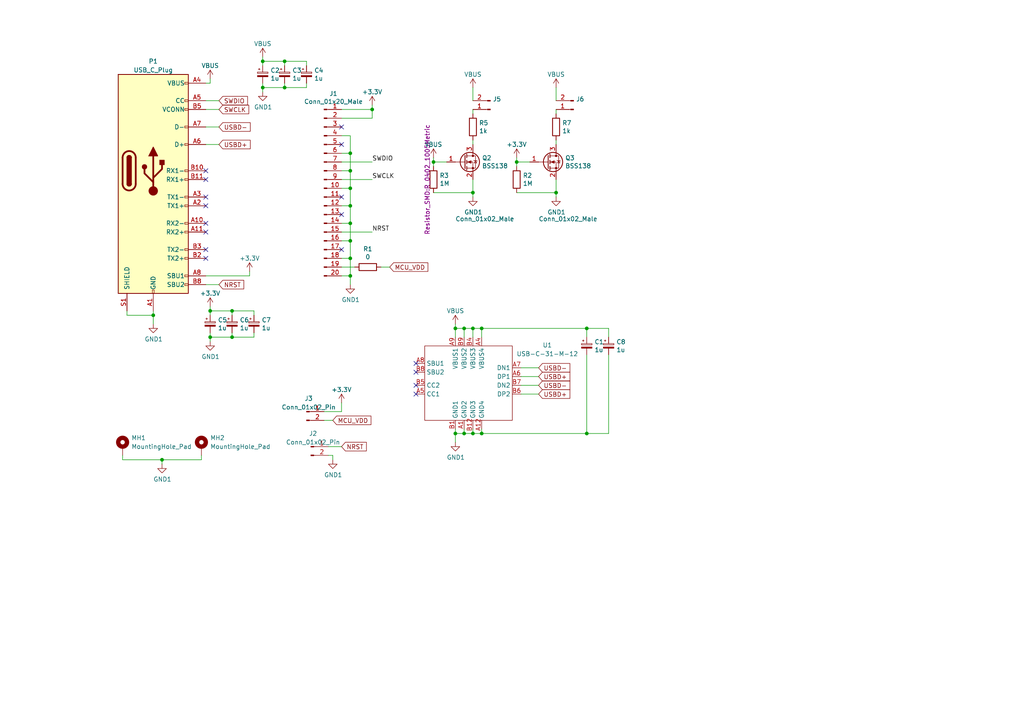
<source format=kicad_sch>
(kicad_sch (version 20230121) (generator eeschema)
  (paper "A4")
  (lib_symbols
    (symbol "Connector:Conn_01x02_Pin" (pin_names (offset 1.016) hide)
      (property "Reference" "J" (at 0 2.54 0))
      (property "Value" "Conn_01x02_Pin" (at 0 -5.08 0))
      (symbol "Conn_01x02_Pin_1_1"
        (polyline (pts (xy 1.27 -2.54) (xy 0.8636 -2.54)) (stroke (width 0.1524)))
        (polyline (pts (xy 1.27 0) (xy 0.8636 0)) (stroke (width 0.1524)))
        (rectangle (start 0.8636 -2.413) (end 0 -2.667) (stroke (width 0.1524)) (fill (type outline)))
        (rectangle (start 0.8636 0.127) (end 0 -0.127) (stroke (width 0.1524)) (fill (type outline)))
        (pin passive line (at 5.08 0 180) (length 3.81) (name "Pin_1") (number "1"))
        (pin passive line (at 5.08 -2.54 180) (length 3.81) (name "Pin_2") (number "2"))
      )
    )
    (symbol "Connector:USB_C_Plug" (pin_names (offset 1.016))
      (property "Reference" "P" (at -10.16 29.21 0))
      (property "Value" "USB_C_Plug" (at 10.16 29.21 0))
      (symbol "USB_C_Plug_0_0"
        (rectangle (start -0.254 -35.56) (end 0.254 -34.544))
        (rectangle (start 10.16 -32.766) (end 9.144 -33.274))
        (rectangle (start 10.16 -30.226) (end 9.144 -30.734))
        (rectangle (start 10.16 -25.146) (end 9.144 -25.654))
        (rectangle (start 10.16 -22.606) (end 9.144 -23.114))
        (rectangle (start 10.16 -17.526) (end 9.144 -18.034))
        (rectangle (start 10.16 -14.986) (end 9.144 -15.494))
        (rectangle (start 10.16 -9.906) (end 9.144 -10.414))
        (rectangle (start 10.16 -7.366) (end 9.144 -7.874))
        (rectangle (start 10.16 -2.286) (end 9.144 -2.794))
        (rectangle (start 10.16 0.254) (end 9.144 -0.254))
        (rectangle (start 10.16 7.874) (end 9.144 7.366))
        (rectangle (start 10.16 12.954) (end 9.144 12.446))
        (rectangle (start 10.16 18.034) (end 9.144 17.526))
        (rectangle (start 10.16 20.574) (end 9.144 20.066))
        (rectangle (start 10.16 25.654) (end 9.144 25.146))
      )
      (symbol "USB_C_Plug_0_1"
        (rectangle (start -10.16 27.94) (end 10.16 -35.56) (stroke (width 0.254)) (fill (type background)))
        (arc (start -8.89 -3.81) (mid -6.985 -5.7067) (end -5.08 -3.81) (stroke (width 0.508)))
        (arc (start -7.62 -3.81) (mid -6.985 -4.4423) (end -6.35 -3.81) (stroke (width 0.254)))
        (arc (start -7.62 -3.81) (mid -6.985 -4.4423) (end -6.35 -3.81) (stroke (width 0.254)) (fill (type outline)))
        (rectangle (start -7.62 -3.81) (end -6.35 3.81) (stroke (width 0.254)) (fill (type outline)))
        (arc (start -6.35 3.81) (mid -6.985 4.4423) (end -7.62 3.81) (stroke (width 0.254)))
        (arc (start -6.35 3.81) (mid -6.985 4.4423) (end -7.62 3.81) (stroke (width 0.254)) (fill (type outline)))
        (arc (start -5.08 3.81) (mid -6.985 5.7067) (end -8.89 3.81) (stroke (width 0.508)))
        (polyline (pts (xy -8.89 -3.81) (xy -8.89 3.81)) (stroke (width 0.508)))
        (polyline (pts (xy -5.08 3.81) (xy -5.08 -3.81)) (stroke (width 0.508)))
      )
      (symbol "USB_C_Plug_1_1"
        (circle (center -2.54 1.143) (radius 0.635) (stroke (width 0.254)) (fill (type outline)))
        (circle (center 0 -5.842) (radius 1.27) (fill (type outline)))
        (polyline (pts (xy 0 -5.842) (xy 0 4.318)) (stroke (width 0.508)))
        (polyline (pts (xy 0 -3.302) (xy -2.54 -0.762) (xy -2.54 0.508)) (stroke (width 0.508)))
        (polyline (pts (xy 0 -2.032) (xy 2.54 0.508) (xy 2.54 1.778)) (stroke (width 0.508)))
        (polyline (pts (xy -1.27 4.318) (xy 0 6.858) (xy 1.27 4.318) (xy -1.27 4.318)) (stroke (width 0.254)) (fill (type outline)))
        (rectangle (start 1.905 1.778) (end 3.175 3.048) (stroke (width 0.254)) (fill (type outline)))
        (pin passive line (at 0 -40.64 90) (length 5.08) (name "GND") (number "A1"))
        (pin bidirectional line (at 15.24 -15.24 180) (length 5.08) (name "RX2-") (number "A10"))
        (pin bidirectional line (at 15.24 -17.78 180) (length 5.08) (name "RX2+") (number "A11"))
        (pin passive line (at 0 -40.64 90) (length 5.08) hide (name "GND") (number "A12"))
        (pin bidirectional line (at 15.24 -10.16 180) (length 5.08) (name "TX1+") (number "A2"))
        (pin bidirectional line (at 15.24 -7.62 180) (length 5.08) (name "TX1-") (number "A3"))
        (pin passive line (at 15.24 25.4 180) (length 5.08) (name "VBUS") (number "A4"))
        (pin bidirectional line (at 15.24 20.32 180) (length 5.08) (name "CC") (number "A5"))
        (pin bidirectional line (at 15.24 7.62 180) (length 5.08) (name "D+") (number "A6"))
        (pin bidirectional line (at 15.24 12.7 180) (length 5.08) (name "D-") (number "A7"))
        (pin bidirectional line (at 15.24 -30.48 180) (length 5.08) (name "SBU1") (number "A8"))
        (pin passive line (at 15.24 25.4 180) (length 5.08) hide (name "VBUS") (number "A9"))
        (pin passive line (at 0 -40.64 90) (length 5.08) hide (name "GND") (number "B1"))
        (pin bidirectional line (at 15.24 0 180) (length 5.08) (name "RX1-") (number "B10"))
        (pin bidirectional line (at 15.24 -2.54 180) (length 5.08) (name "RX1+") (number "B11"))
        (pin passive line (at 0 -40.64 90) (length 5.08) hide (name "GND") (number "B12"))
        (pin bidirectional line (at 15.24 -25.4 180) (length 5.08) (name "TX2+") (number "B2"))
        (pin bidirectional line (at 15.24 -22.86 180) (length 5.08) (name "TX2-") (number "B3"))
        (pin passive line (at 15.24 25.4 180) (length 5.08) hide (name "VBUS") (number "B4"))
        (pin bidirectional line (at 15.24 17.78 180) (length 5.08) (name "VCONN") (number "B5"))
        (pin bidirectional line (at 15.24 -33.02 180) (length 5.08) (name "SBU2") (number "B8"))
        (pin passive line (at 15.24 25.4 180) (length 5.08) hide (name "VBUS") (number "B9"))
        (pin passive line (at -7.62 -40.64 90) (length 5.08) (name "SHIELD") (number "S1"))
      )
    )
    (symbol "Device:R" (pin_numbers hide) (pin_names (offset 0))
      (property "Reference" "R" (at 2.032 0 90))
      (property "Value" "R" (at 0 0 90))
      (symbol "R_0_1"
        (rectangle (start -1.016 -2.54) (end 1.016 2.54) (stroke (width 0.254)))
      )
      (symbol "R_1_1"
        (pin passive line (at 0 3.81 270) (length 1.27) (name "~") (number "1"))
        (pin passive line (at 0 -3.81 90) (length 1.27) (name "~") (number "2"))
      )
    )
    (symbol "Mechanical:MountingHole_Pad" (pin_numbers hide) (pin_names (offset 1.016) hide)
      (property "Reference" "H" (at 0 6.35 0))
      (property "Value" "MountingHole_Pad" (at 0 4.445 0))
      (symbol "MountingHole_Pad_0_1"
        (circle (center 0 1.27) (radius 1.27) (stroke (width 1.27)))
      )
      (symbol "MountingHole_Pad_1_1"
        (pin input line (at 0 -2.54 90) (length 2.54) (name "1") (number "1"))
      )
    )
    (symbol "Transistor_FET:BSS138" (pin_names hide)
      (property "Reference" "Q" (at 5.08 1.905 0))
      (property "Value" "BSS138" (at 5.08 0 0))
      (symbol "BSS138_0_1"
        (polyline (pts (xy 0.254 0) (xy -2.54 0)))
        (polyline (pts (xy 0.254 1.905) (xy 0.254 -1.905)) (stroke (width 0.254)))
        (polyline (pts (xy 0.762 -1.27) (xy 0.762 -2.286)) (stroke (width 0.254)))
        (polyline (pts (xy 0.762 0.508) (xy 0.762 -0.508)) (stroke (width 0.254)))
        (polyline (pts (xy 0.762 2.286) (xy 0.762 1.27)) (stroke (width 0.254)))
        (polyline (pts (xy 2.54 2.54) (xy 2.54 1.778)))
        (polyline (pts (xy 2.54 -2.54) (xy 2.54 0) (xy 0.762 0)))
        (polyline (pts (xy 0.762 -1.778) (xy 3.302 -1.778) (xy 3.302 1.778) (xy 0.762 1.778)))
        (polyline (pts (xy 1.016 0) (xy 2.032 0.381) (xy 2.032 -0.381) (xy 1.016 0)) (fill (type outline)))
        (polyline (pts (xy 2.794 0.508) (xy 2.921 0.381) (xy 3.683 0.381) (xy 3.81 0.254)))
        (polyline (pts (xy 3.302 0.381) (xy 2.921 -0.254) (xy 3.683 -0.254) (xy 3.302 0.381)))
        (circle (center 1.651 0) (radius 2.794) (stroke (width 0.254)))
        (circle (center 2.54 -1.778) (radius 0.254) (fill (type outline)))
        (circle (center 2.54 1.778) (radius 0.254) (fill (type outline)))
      )
      (symbol "BSS138_1_1"
        (pin input line (at -5.08 0 0) (length 2.54) (name "G") (number "1"))
        (pin passive line (at 2.54 -5.08 90) (length 2.54) (name "S") (number "2"))
        (pin passive line (at 2.54 5.08 270) (length 2.54) (name "D") (number "3"))
      )
    )
    (symbol "power:+3.3V" (power) (pin_names (offset 0))
      (property "Value" "+3.3V" (at 0 3.556 0))
      (symbol "+3.3V_0_1"
        (polyline (pts (xy -0.762 1.27) (xy 0 2.54)))
        (polyline (pts (xy 0 0) (xy 0 2.54)))
        (polyline (pts (xy 0 2.54) (xy 0.762 1.27)))
      )
      (symbol "+3.3V_1_1"
        (pin power_in line (at 0 0 90) (length 0) hide (name "+3.3V") (number "1"))
      )
    )
    (symbol "power:GND1" (power) (pin_names (offset 0))
      (property "Value" "GND1" (at 0 -3.81 0))
      (symbol "GND1_0_1"
        (polyline (pts (xy 0 0) (xy 0 -1.27) (xy 1.27 -1.27) (xy 0 -2.54) (xy -1.27 -1.27) (xy 0 -1.27)))
      )
      (symbol "GND1_1_1"
        (pin power_in line (at 0 0 270) (length 0) hide (name "GND1") (number "1"))
      )
    )
    (symbol "power:VBUS" (power) (pin_names (offset 0))
      (property "Value" "VBUS" (at 0 3.81 0))
      (symbol "VBUS_0_1"
        (polyline (pts (xy -0.762 1.27) (xy 0 2.54)))
        (polyline (pts (xy 0 0) (xy 0 2.54)))
        (polyline (pts (xy 0 2.54) (xy 0.762 1.27)))
      )
      (symbol "VBUS_1_1"
        (pin power_in line (at 0 0 90) (length 0) hide (name "VBUS") (number "1"))
      )
    )
    (symbol "programmer_adapter_v2-rescue:Conn_01x20_Male-Connector" (pin_names (offset 1.016) hide)
      (property "Reference" "J" (at 0 25.4 0))
      (property "Value" "Connector_Conn_01x20_Male" (at 0 -27.94 0))
      (symbol "Conn_01x20_Male-Connector_1_1"
        (polyline (pts (xy 1.27 -25.4) (xy 0.8636 -25.4)) (stroke (width 0.1524)))
        (polyline (pts (xy 1.27 -22.86) (xy 0.8636 -22.86)) (stroke (width 0.1524)))
        (polyline (pts (xy 1.27 -20.32) (xy 0.8636 -20.32)) (stroke (width 0.1524)))
        (polyline (pts (xy 1.27 -17.78) (xy 0.8636 -17.78)) (stroke (width 0.1524)))
        (polyline (pts (xy 1.27 -15.24) (xy 0.8636 -15.24)) (stroke (width 0.1524)))
        (polyline (pts (xy 1.27 -12.7) (xy 0.8636 -12.7)) (stroke (width 0.1524)))
        (polyline (pts (xy 1.27 -10.16) (xy 0.8636 -10.16)) (stroke (width 0.1524)))
        (polyline (pts (xy 1.27 -7.62) (xy 0.8636 -7.62)) (stroke (width 0.1524)))
        (polyline (pts (xy 1.27 -5.08) (xy 0.8636 -5.08)) (stroke (width 0.1524)))
        (polyline (pts (xy 1.27 -2.54) (xy 0.8636 -2.54)) (stroke (width 0.1524)))
        (polyline (pts (xy 1.27 0) (xy 0.8636 0)) (stroke (width 0.1524)))
        (polyline (pts (xy 1.27 2.54) (xy 0.8636 2.54)) (stroke (width 0.1524)))
        (polyline (pts (xy 1.27 5.08) (xy 0.8636 5.08)) (stroke (width 0.1524)))
        (polyline (pts (xy 1.27 7.62) (xy 0.8636 7.62)) (stroke (width 0.1524)))
        (polyline (pts (xy 1.27 10.16) (xy 0.8636 10.16)) (stroke (width 0.1524)))
        (polyline (pts (xy 1.27 12.7) (xy 0.8636 12.7)) (stroke (width 0.1524)))
        (polyline (pts (xy 1.27 15.24) (xy 0.8636 15.24)) (stroke (width 0.1524)))
        (polyline (pts (xy 1.27 17.78) (xy 0.8636 17.78)) (stroke (width 0.1524)))
        (polyline (pts (xy 1.27 20.32) (xy 0.8636 20.32)) (stroke (width 0.1524)))
        (polyline (pts (xy 1.27 22.86) (xy 0.8636 22.86)) (stroke (width 0.1524)))
        (rectangle (start 0.8636 -25.273) (end 0 -25.527) (stroke (width 0.1524)) (fill (type outline)))
        (rectangle (start 0.8636 -22.733) (end 0 -22.987) (stroke (width 0.1524)) (fill (type outline)))
        (rectangle (start 0.8636 -20.193) (end 0 -20.447) (stroke (width 0.1524)) (fill (type outline)))
        (rectangle (start 0.8636 -17.653) (end 0 -17.907) (stroke (width 0.1524)) (fill (type outline)))
        (rectangle (start 0.8636 -15.113) (end 0 -15.367) (stroke (width 0.1524)) (fill (type outline)))
        (rectangle (start 0.8636 -12.573) (end 0 -12.827) (stroke (width 0.1524)) (fill (type outline)))
        (rectangle (start 0.8636 -10.033) (end 0 -10.287) (stroke (width 0.1524)) (fill (type outline)))
        (rectangle (start 0.8636 -7.493) (end 0 -7.747) (stroke (width 0.1524)) (fill (type outline)))
        (rectangle (start 0.8636 -4.953) (end 0 -5.207) (stroke (width 0.1524)) (fill (type outline)))
        (rectangle (start 0.8636 -2.413) (end 0 -2.667) (stroke (width 0.1524)) (fill (type outline)))
        (rectangle (start 0.8636 0.127) (end 0 -0.127) (stroke (width 0.1524)) (fill (type outline)))
        (rectangle (start 0.8636 2.667) (end 0 2.413) (stroke (width 0.1524)) (fill (type outline)))
        (rectangle (start 0.8636 5.207) (end 0 4.953) (stroke (width 0.1524)) (fill (type outline)))
        (rectangle (start 0.8636 7.747) (end 0 7.493) (stroke (width 0.1524)) (fill (type outline)))
        (rectangle (start 0.8636 10.287) (end 0 10.033) (stroke (width 0.1524)) (fill (type outline)))
        (rectangle (start 0.8636 12.827) (end 0 12.573) (stroke (width 0.1524)) (fill (type outline)))
        (rectangle (start 0.8636 15.367) (end 0 15.113) (stroke (width 0.1524)) (fill (type outline)))
        (rectangle (start 0.8636 17.907) (end 0 17.653) (stroke (width 0.1524)) (fill (type outline)))
        (rectangle (start 0.8636 20.447) (end 0 20.193) (stroke (width 0.1524)) (fill (type outline)))
        (rectangle (start 0.8636 22.987) (end 0 22.733) (stroke (width 0.1524)) (fill (type outline)))
        (pin passive line (at 5.08 22.86 180) (length 3.81) (name "Pin_1") (number "1"))
        (pin passive line (at 5.08 0 180) (length 3.81) (name "Pin_10") (number "10"))
        (pin passive line (at 5.08 -2.54 180) (length 3.81) (name "Pin_11") (number "11"))
        (pin passive line (at 5.08 -5.08 180) (length 3.81) (name "Pin_12") (number "12"))
        (pin passive line (at 5.08 -7.62 180) (length 3.81) (name "Pin_13") (number "13"))
        (pin passive line (at 5.08 -10.16 180) (length 3.81) (name "Pin_14") (number "14"))
        (pin passive line (at 5.08 -12.7 180) (length 3.81) (name "Pin_15") (number "15"))
        (pin passive line (at 5.08 -15.24 180) (length 3.81) (name "Pin_16") (number "16"))
        (pin passive line (at 5.08 -17.78 180) (length 3.81) (name "Pin_17") (number "17"))
        (pin passive line (at 5.08 -20.32 180) (length 3.81) (name "Pin_18") (number "18"))
        (pin passive line (at 5.08 -22.86 180) (length 3.81) (name "Pin_19") (number "19"))
        (pin passive line (at 5.08 20.32 180) (length 3.81) (name "Pin_2") (number "2"))
        (pin passive line (at 5.08 -25.4 180) (length 3.81) (name "Pin_20") (number "20"))
        (pin passive line (at 5.08 17.78 180) (length 3.81) (name "Pin_3") (number "3"))
        (pin passive line (at 5.08 15.24 180) (length 3.81) (name "Pin_4") (number "4"))
        (pin passive line (at 5.08 12.7 180) (length 3.81) (name "Pin_5") (number "5"))
        (pin passive line (at 5.08 10.16 180) (length 3.81) (name "Pin_6") (number "6"))
        (pin passive line (at 5.08 7.62 180) (length 3.81) (name "Pin_7") (number "7"))
        (pin passive line (at 5.08 5.08 180) (length 3.81) (name "Pin_8") (number "8"))
        (pin passive line (at 5.08 2.54 180) (length 3.81) (name "Pin_9") (number "9"))
      )
    )
    (symbol "small_led_driver-rescue:Conn_01x02_Male-Connector" (pin_names (offset 1.016) hide)
      (property "Reference" "J" (at 0 2.54 0))
      (property "Value" "Connector_Conn_01x02_Male" (at 0 -5.08 0))
      (symbol "Conn_01x02_Male-Connector_1_1"
        (polyline (pts (xy 1.27 -2.54) (xy 0.8636 -2.54)) (stroke (width 0.1524)))
        (polyline (pts (xy 1.27 0) (xy 0.8636 0)) (stroke (width 0.1524)))
        (rectangle (start 0.8636 -2.413) (end 0 -2.667) (stroke (width 0.1524)) (fill (type outline)))
        (rectangle (start 0.8636 0.127) (end 0 -0.127) (stroke (width 0.1524)) (fill (type outline)))
        (pin passive line (at 5.08 0 180) (length 3.81) (name "Pin_1") (number "1"))
        (pin passive line (at 5.08 -2.54 180) (length 3.81) (name "Pin_2") (number "2"))
      )
    )
    (symbol "spudglo_driver_v3p1-rescue:CP_Small-Device" (pin_numbers hide) (pin_names (offset 0.254) hide)
      (property "Reference" "C" (at 0.254 1.778 0))
      (property "Value" "CP_Small-Device" (at 0.254 -2.032 0))
      (symbol "CP_Small-Device_0_1"
        (rectangle (start -1.524 -0.3048) (end 1.524 -0.6858) (fill (type outline)))
        (rectangle (start -1.524 0.6858) (end 1.524 0.3048))
        (polyline (pts (xy -1.27 1.524) (xy -0.762 1.524)))
        (polyline (pts (xy -1.016 1.27) (xy -1.016 1.778)))
      )
      (symbol "CP_Small-Device_1_1"
        (pin passive line (at 0 2.54 270) (length 1.8542) (name "~") (number "1"))
        (pin passive line (at 0 -2.54 90) (length 1.8542) (name "~") (number "2"))
      )
    )
    (symbol "srw_custom:USB-C-31-M-12"
      (property "Reference" "U" (at 0 1.27 0))
      (property "Value" "USB-C-31-M-12" (at 27.94 -24.13 0))
      (symbol "USB-C-31-M-12_0_1"
        (rectangle (start 0 0) (end 25.4 -21.59))
      )
      (symbol "USB-C-31-M-12_1_1"
        (pin input line (at 11.43 -24.13 90) (length 2.54) (name "GND2") (number "A1"))
        (pin input line (at 16.51 -24.13 90) (length 2.54) (name "GND4") (number "A12"))
        (pin input line (at 16.51 2.54 270) (length 2.54) (name "VBUS4") (number "A4"))
        (pin input line (at -2.54 -13.97 0) (length 2.54) (name "CC1") (number "A5"))
        (pin input line (at 27.94 -8.89 180) (length 2.54) (name "DP1") (number "A6"))
        (pin input line (at 27.94 -6.35 180) (length 2.54) (name "DN1") (number "A7"))
        (pin input line (at -2.54 -5.08 0) (length 2.54) (name "SBU1") (number "A8"))
        (pin input line (at 8.89 2.54 270) (length 2.54) (name "VBUS1") (number "A9"))
        (pin input line (at 8.89 -24.13 90) (length 2.54) (name "GND1") (number "B1"))
        (pin input line (at 13.97 -24.13 90) (length 2.54) (name "GND3") (number "B12"))
        (pin input line (at 13.97 2.54 270) (length 2.54) (name "VBUS3") (number "B4"))
        (pin input line (at -2.54 -11.43 0) (length 2.54) (name "CC2") (number "B5"))
        (pin input line (at 27.94 -13.97 180) (length 2.54) (name "DP2") (number "B6"))
        (pin input line (at 27.94 -11.43 180) (length 2.54) (name "DN2") (number "B7"))
        (pin input line (at -2.54 -7.62 0) (length 2.54) (name "SBU2") (number "B8"))
        (pin input line (at 11.43 2.54 270) (length 2.54) (name "VBUS2") (number "B9"))
      )
    )
  )
  (junction (at 60.96 97.79))
  (junction (at 67.31 97.79))
  (junction (at 101.6 44.45))
  (junction (at 139.7 125.73))
  (junction (at 76.2 25.4))
  (junction (at 101.6 64.77))
  (junction (at 137.16 95.25))
  (junction (at 46.99 133.35))
  (junction (at 137.16 55.88))
  (junction (at 101.6 54.61))
  (junction (at 107.95 31.75))
  (junction (at 76.2 17.78))
  (junction (at 82.55 17.78))
  (junction (at 101.6 69.85))
  (junction (at 149.86 46.99))
  (junction (at 101.6 80.01))
  (junction (at 170.18 95.25))
  (junction (at 132.08 125.73))
  (junction (at 139.7 95.25))
  (junction (at 82.55 25.4))
  (junction (at 137.16 125.73))
  (junction (at 125.73 46.99))
  (junction (at 134.62 95.25))
  (junction (at 44.45 91.44))
  (junction (at 170.18 125.73))
  (junction (at 134.62 125.73))
  (junction (at 101.6 49.53))
  (junction (at 132.08 95.25))
  (junction (at 101.6 59.69))
  (junction (at 101.6 74.93))
  (junction (at 67.31 90.17))
  (junction (at 60.96 90.17))
  (junction (at 161.29 55.88))
  (no_connect (at 120.65 111.76))
  (no_connect (at 120.65 114.3))
  (no_connect (at 120.65 105.41))
  (no_connect (at 59.69 49.53))
  (no_connect (at 59.69 74.93))
  (no_connect (at 59.69 52.07))
  (no_connect (at 59.69 64.77))
  (no_connect (at 99.06 41.91))
  (no_connect (at 99.06 57.15))
  (no_connect (at 59.69 59.69))
  (no_connect (at 59.69 72.39))
  (no_connect (at 59.69 57.15))
  (no_connect (at 99.06 72.39))
  (no_connect (at 59.69 67.31))
  (no_connect (at 99.06 36.83))
  (no_connect (at 99.06 62.23))
  (no_connect (at 120.65 107.95))
  (wire (pts (xy 170.18 102.87) (xy 170.18 125.73)))
  (wire (pts (xy 59.69 29.21) (xy 63.5 29.21)))
  (wire (pts (xy 99.06 80.01) (xy 101.6 80.01)))
  (wire (pts (xy 151.13 109.22) (xy 156.21 109.22)))
  (wire (pts (xy 60.96 88.9) (xy 60.96 90.17)))
  (wire (pts (xy 107.95 46.99) (xy 99.06 46.99)))
  (wire (pts (xy 151.13 111.76) (xy 156.21 111.76)))
  (wire (pts (xy 137.16 97.79) (xy 137.16 95.25)))
  (wire (pts (xy 44.45 90.17) (xy 44.45 91.44)))
  (wire (pts (xy 95.25 132.08) (xy 96.52 132.08)))
  (wire (pts (xy 59.69 82.55) (xy 63.5 82.55)))
  (wire (pts (xy 107.95 31.75) (xy 107.95 34.29)))
  (wire (pts (xy 151.13 114.3) (xy 156.21 114.3)))
  (wire (pts (xy 139.7 124.46) (xy 139.7 125.73)))
  (wire (pts (xy 139.7 97.79) (xy 139.7 95.25)))
  (wire (pts (xy 101.6 59.69) (xy 101.6 54.61)))
  (wire (pts (xy 59.69 36.83) (xy 63.5 36.83)))
  (wire (pts (xy 88.9 19.05) (xy 88.9 17.78)))
  (wire (pts (xy 125.73 48.26) (xy 125.73 46.99)))
  (wire (pts (xy 161.29 29.21) (xy 161.29 25.4)))
  (wire (pts (xy 46.99 133.35) (xy 46.99 134.62)))
  (wire (pts (xy 161.29 33.02) (xy 161.29 31.75)))
  (wire (pts (xy 125.73 46.99) (xy 129.54 46.99)))
  (wire (pts (xy 73.66 97.79) (xy 67.31 97.79)))
  (wire (pts (xy 134.62 125.73) (xy 137.16 125.73)))
  (wire (pts (xy 35.56 133.35) (xy 35.56 132.08)))
  (wire (pts (xy 132.08 93.98) (xy 132.08 95.25)))
  (wire (pts (xy 176.53 95.25) (xy 170.18 95.25)))
  (wire (pts (xy 176.53 125.73) (xy 170.18 125.73)))
  (wire (pts (xy 76.2 16.51) (xy 76.2 17.78)))
  (wire (pts (xy 67.31 90.17) (xy 60.96 90.17)))
  (wire (pts (xy 132.08 124.46) (xy 132.08 125.73)))
  (wire (pts (xy 132.08 125.73) (xy 134.62 125.73)))
  (wire (pts (xy 76.2 25.4) (xy 82.55 25.4)))
  (wire (pts (xy 101.6 39.37) (xy 99.06 39.37)))
  (wire (pts (xy 99.06 54.61) (xy 101.6 54.61)))
  (wire (pts (xy 35.56 133.35) (xy 46.99 133.35)))
  (wire (pts (xy 76.2 17.78) (xy 76.2 19.05)))
  (wire (pts (xy 110.49 77.47) (xy 113.03 77.47)))
  (wire (pts (xy 125.73 45.72) (xy 125.73 46.99)))
  (wire (pts (xy 58.42 133.35) (xy 46.99 133.35)))
  (wire (pts (xy 132.08 125.73) (xy 132.08 128.27)))
  (wire (pts (xy 149.86 45.72) (xy 149.86 46.99)))
  (wire (pts (xy 67.31 90.17) (xy 67.31 91.44)))
  (wire (pts (xy 76.2 24.13) (xy 76.2 25.4)))
  (wire (pts (xy 101.6 49.53) (xy 101.6 44.45)))
  (wire (pts (xy 107.95 67.31) (xy 99.06 67.31)))
  (wire (pts (xy 99.06 64.77) (xy 101.6 64.77)))
  (wire (pts (xy 137.16 95.25) (xy 134.62 95.25)))
  (wire (pts (xy 134.62 97.79) (xy 134.62 95.25)))
  (wire (pts (xy 99.06 69.85) (xy 101.6 69.85)))
  (wire (pts (xy 99.06 119.38) (xy 99.06 116.84)))
  (wire (pts (xy 73.66 96.52) (xy 73.66 97.79)))
  (wire (pts (xy 44.45 91.44) (xy 44.45 93.98)))
  (wire (pts (xy 101.6 64.77) (xy 101.6 59.69)))
  (wire (pts (xy 93.98 119.38) (xy 99.06 119.38)))
  (wire (pts (xy 137.16 41.91) (xy 137.16 40.64)))
  (wire (pts (xy 137.16 55.88) (xy 137.16 52.07)))
  (wire (pts (xy 60.96 97.79) (xy 60.96 99.06)))
  (wire (pts (xy 107.95 31.75) (xy 99.06 31.75)))
  (wire (pts (xy 170.18 95.25) (xy 170.18 97.79)))
  (wire (pts (xy 139.7 125.73) (xy 170.18 125.73)))
  (wire (pts (xy 36.83 90.17) (xy 36.83 91.44)))
  (wire (pts (xy 59.69 24.13) (xy 60.96 24.13)))
  (wire (pts (xy 176.53 102.87) (xy 176.53 125.73)))
  (wire (pts (xy 101.6 69.85) (xy 101.6 64.77)))
  (wire (pts (xy 134.62 124.46) (xy 134.62 125.73)))
  (wire (pts (xy 139.7 95.25) (xy 170.18 95.25)))
  (wire (pts (xy 73.66 91.44) (xy 73.66 90.17)))
  (wire (pts (xy 107.95 30.48) (xy 107.95 31.75)))
  (wire (pts (xy 149.86 46.99) (xy 153.67 46.99)))
  (wire (pts (xy 67.31 97.79) (xy 67.31 96.52)))
  (wire (pts (xy 137.16 57.15) (xy 137.16 55.88)))
  (wire (pts (xy 72.39 80.01) (xy 72.39 78.74)))
  (wire (pts (xy 161.29 57.15) (xy 161.29 55.88)))
  (wire (pts (xy 137.16 55.88) (xy 125.73 55.88)))
  (wire (pts (xy 137.16 29.21) (xy 137.16 25.4)))
  (wire (pts (xy 59.69 80.01) (xy 72.39 80.01)))
  (wire (pts (xy 82.55 17.78) (xy 82.55 19.05)))
  (wire (pts (xy 161.29 55.88) (xy 149.86 55.88)))
  (wire (pts (xy 88.9 17.78) (xy 82.55 17.78)))
  (wire (pts (xy 132.08 95.25) (xy 132.08 97.79)))
  (wire (pts (xy 95.25 129.54) (xy 99.06 129.54)))
  (wire (pts (xy 137.16 33.02) (xy 137.16 31.75)))
  (wire (pts (xy 137.16 124.46) (xy 137.16 125.73)))
  (wire (pts (xy 101.6 54.61) (xy 101.6 49.53)))
  (wire (pts (xy 59.69 31.75) (xy 63.5 31.75)))
  (wire (pts (xy 60.96 96.52) (xy 60.96 97.79)))
  (wire (pts (xy 139.7 95.25) (xy 137.16 95.25)))
  (wire (pts (xy 137.16 125.73) (xy 139.7 125.73)))
  (wire (pts (xy 96.52 132.08) (xy 96.52 133.35)))
  (wire (pts (xy 101.6 80.01) (xy 101.6 74.93)))
  (wire (pts (xy 93.98 121.92) (xy 96.52 121.92)))
  (wire (pts (xy 60.96 90.17) (xy 60.96 91.44)))
  (wire (pts (xy 58.42 132.08) (xy 58.42 133.35)))
  (wire (pts (xy 59.69 41.91) (xy 63.5 41.91)))
  (wire (pts (xy 88.9 24.13) (xy 88.9 25.4)))
  (wire (pts (xy 60.96 97.79) (xy 67.31 97.79)))
  (wire (pts (xy 101.6 44.45) (xy 101.6 39.37)))
  (wire (pts (xy 151.13 106.68) (xy 156.21 106.68)))
  (wire (pts (xy 134.62 95.25) (xy 132.08 95.25)))
  (wire (pts (xy 161.29 55.88) (xy 161.29 52.07)))
  (wire (pts (xy 73.66 90.17) (xy 67.31 90.17)))
  (wire (pts (xy 76.2 25.4) (xy 76.2 26.67)))
  (wire (pts (xy 99.06 34.29) (xy 107.95 34.29)))
  (wire (pts (xy 99.06 59.69) (xy 101.6 59.69)))
  (wire (pts (xy 99.06 52.07) (xy 107.95 52.07)))
  (wire (pts (xy 101.6 49.53) (xy 99.06 49.53)))
  (wire (pts (xy 176.53 97.79) (xy 176.53 95.25)))
  (wire (pts (xy 82.55 25.4) (xy 82.55 24.13)))
  (wire (pts (xy 149.86 48.26) (xy 149.86 46.99)))
  (wire (pts (xy 82.55 17.78) (xy 76.2 17.78)))
  (wire (pts (xy 99.06 74.93) (xy 101.6 74.93)))
  (wire (pts (xy 36.83 91.44) (xy 44.45 91.44)))
  (wire (pts (xy 99.06 44.45) (xy 101.6 44.45)))
  (wire (pts (xy 101.6 82.55) (xy 101.6 80.01)))
  (wire (pts (xy 88.9 25.4) (xy 82.55 25.4)))
  (wire (pts (xy 101.6 74.93) (xy 101.6 69.85)))
  (wire (pts (xy 99.06 77.47) (xy 102.87 77.47)))
  (wire (pts (xy 60.96 24.13) (xy 60.96 22.86)))
  (wire (pts (xy 161.29 41.91) (xy 161.29 40.64)))
  (label "NRST" (at 107.95 67.31 0))
  (label "SWDIO" (at 107.95 46.99 0))
  (label "SWCLK" (at 107.95 52.07 0))
  (global_label "MCU_VDD" (shape input) (at 96.52 121.92 0) (property "Intersheetrefs" "${INTERSHEET_REFS}" (effects hide)))
  (global_label "MCU_VDD" (shape input) (at 113.03 77.47 0) (property "Intersheetrefs" "${INTERSHEET_REFS}" (effects hide)))
  (global_label "USBD+" (shape input) (at 156.21 114.3 0) (property "Intersheetrefs" "${INTERSHEET_REFS}" (effects hide)))
  (global_label "USBD+" (shape input) (at 156.21 109.22 0) (property "Intersheetrefs" "${INTERSHEET_REFS}" (effects hide)))
  (global_label "SWDIO" (shape input) (at 63.5 29.21 0) (property "Intersheetrefs" "${INTERSHEET_REFS}" (effects hide)))
  (global_label "USBD-" (shape input) (at 63.5 36.83 0) (property "Intersheetrefs" "${INTERSHEET_REFS}" (effects hide)))
  (global_label "SWCLK" (shape input) (at 63.5 31.75 0) (property "Intersheetrefs" "${INTERSHEET_REFS}" (effects hide)))
  (global_label "NRST" (shape input) (at 99.06 129.54 0) (property "Intersheetrefs" "${INTERSHEET_REFS}" (effects hide)))
  (global_label "USBD-" (shape input) (at 156.21 106.68 0) (property "Intersheetrefs" "${INTERSHEET_REFS}" (effects hide)))
  (global_label "USBD-" (shape input) (at 156.21 111.76 0) (property "Intersheetrefs" "${INTERSHEET_REFS}" (effects hide)))
  (global_label "NRST" (shape input) (at 63.5 82.55 0) (property "Intersheetrefs" "${INTERSHEET_REFS}" (effects hide)))
  (global_label "USBD+" (shape input) (at 63.5 41.91 0) (property "Intersheetrefs" "${INTERSHEET_REFS}" (effects hide)))
  (symbol (lib_id "power:GND1") (at 96.52 133.35 0) (unit 1)
    (property "Reference" "#PWR06" (effects hide))
    (property "Value" "GND1" (at 96.647 137.7442 0))
  )
  (symbol (lib_id "spudglo_driver_v3p1-rescue:CP_Small-Device") (at 76.2 21.59 0) (unit 1)
    (property "Reference" "C2" (at 78.4352 20.4216 0) (effects (justify left)))
    (property "Value" "1u" (at 78.4352 22.733 0) (effects (justify left)))
    (property "Footprint" "Capacitor_SMD:C_0402_1005Metric_Pad0.74x0.62mm_HandSolder" (effects hide))
  )
  (symbol (lib_id "spudglo_driver_v3p1-rescue:CP_Small-Device") (at 73.66 93.98 0) (unit 1)
    (property "Reference" "C7" (at 75.8952 92.8116 0) (effects (justify left)))
    (property "Value" "1u" (at 75.8952 95.123 0) (effects (justify left)))
    (property "Footprint" "Capacitor_SMD:C_0402_1005Metric_Pad0.74x0.62mm_HandSolder" (effects hide))
  )
  (symbol (lib_id "small_led_driver-rescue:Conn_01x02_Male-Connector") (at 142.24 31.75 180) (unit 1)
    (property "Reference" "J5" (at 142.9512 28.7528 0) (effects (justify right)))
    (property "Value" "Conn_01x02_Male" (at 132.08 63.5 0) (effects (justify right)))
    (property "Footprint" "Connector_PinHeader_2.54mm:PinHeader_1x02_P2.54mm_Vertical" (effects hide))
  )
  (symbol (lib_id "spudglo_driver_v3p1-rescue:CP_Small-Device") (at 82.55 21.59 0) (unit 1)
    (property "Reference" "C3" (at 84.7852 20.4216 0) (effects (justify left)))
    (property "Value" "1u" (at 84.7852 22.733 0) (effects (justify left)))
    (property "Footprint" "Capacitor_SMD:C_0402_1005Metric_Pad0.74x0.62mm_HandSolder" (effects hide))
  )
  (symbol (lib_id "spudglo_driver_v3p1-rescue:CP_Small-Device") (at 176.53 100.33 0) (unit 1)
    (property "Reference" "C8" (at 178.7652 99.1616 0) (effects (justify left)))
    (property "Value" "1u" (at 178.7652 101.473 0) (effects (justify left)))
    (property "Footprint" "Capacitor_SMD:C_0402_1005Metric_Pad0.74x0.62mm_HandSolder" (effects hide))
  )
  (symbol (lib_id "power:GND1") (at 46.99 134.62 0) (unit 1)
    (property "Reference" "#PWR019" (effects hide))
    (property "Value" "GND1" (at 47.117 139.0142 0))
  )
  (symbol (lib_id "programmer_adapter_v2-rescue:Conn_01x20_Male-Connector") (at 93.98 54.61 0) (unit 1)
    (property "Reference" "J1" (at 96.7232 27.1526 0))
    (property "Value" "Conn_01x20_Male" (at 96.7232 29.464 0))
    (property "Footprint" "Connector_PinHeader_2.54mm:PinHeader_2x10_P2.54mm_Vertical" (effects hide))
  )
  (symbol (lib_id "power:+3.3V") (at 72.39 78.74 0) (unit 1)
    (property "Reference" "#PWR02" (effects hide))
    (property "Value" "+3.3V" (at 72.39 74.93 0))
  )
  (symbol (lib_id "power:GND1") (at 132.08 128.27 0) (unit 1)
    (property "Reference" "#PWR013" (effects hide))
    (property "Value" "GND1" (at 132.207 132.6642 0))
  )
  (symbol (lib_id "power:VBUS") (at 137.16 25.4 0) (unit 1)
    (property "Reference" "#PWR05" (effects hide))
    (property "Value" "VBUS" (at 137.16 21.59 0))
  )
  (symbol (lib_id "power:+3.3V") (at 107.95 30.48 0) (unit 1)
    (property "Reference" "#PWR014" (effects hide))
    (property "Value" "+3.3V" (at 107.95 26.67 0))
  )
  (symbol (lib_id "Transistor_FET:BSS138") (at 158.75 46.99 0) (unit 1)
    (property "Reference" "Q3" (at 163.9316 45.8216 0) (effects (justify left)))
    (property "Value" "BSS138" (at 163.9316 48.133 0) (effects (justify left)))
    (property "Footprint" "Package_TO_SOT_SMD:SOT-23" (effects hide))
    (property "Datasheet" "https://www.fairchildsemi.com/datasheets/BS/BSS138.pdf" (effects hide))
  )
  (symbol (lib_id "power:GND1") (at 44.45 93.98 0) (unit 1)
    (property "Reference" "#PWR03" (effects hide))
    (property "Value" "GND1" (at 44.577 98.3742 0))
  )
  (symbol (lib_id "power:GND1") (at 76.2 26.67 0) (unit 1)
    (property "Reference" "#PWR011" (effects hide))
    (property "Value" "GND1" (at 76.327 31.0642 0))
  )
  (symbol (lib_id "Mechanical:MountingHole_Pad") (at 35.56 129.54 0) (unit 1)
    (property "Reference" "MH1" (at 38.1 126.9999 0) (effects (justify left)))
    (property "Value" "MountingHole_Pad" (at 38.1 129.5399 0) (effects (justify left)))
    (property "Footprint" "MountingHole:MountingHole_3mm" (effects hide))
  )
  (symbol (lib_id "small_led_driver-rescue:Conn_01x02_Male-Connector") (at 166.37 31.75 180) (unit 1)
    (property "Reference" "J6" (at 167.0812 28.7528 0) (effects (justify right)))
    (property "Value" "Conn_01x02_Male" (at 156.21 63.5 0) (effects (justify right)))
    (property "Footprint" "Connector_PinHeader_2.54mm:PinHeader_1x02_P2.54mm_Vertical" (effects hide))
  )
  (symbol (lib_id "spudglo_driver_v3p1-rescue:CP_Small-Device") (at 170.18 100.33 0) (unit 1)
    (property "Reference" "C1" (at 172.4152 99.1616 0) (effects (justify left)))
    (property "Value" "1u" (at 172.4152 101.473 0) (effects (justify left)))
    (property "Footprint" "Capacitor_SMD:C_0402_1005Metric_Pad0.74x0.62mm_HandSolder" (effects hide))
  )
  (symbol (lib_id "spudglo_driver_v3p1-rescue:CP_Small-Device") (at 60.96 93.98 0) (unit 1)
    (property "Reference" "C5" (at 63.1952 92.8116 0) (effects (justify left)))
    (property "Value" "1u" (at 63.1952 95.123 0) (effects (justify left)))
    (property "Footprint" "Capacitor_SMD:C_0402_1005Metric_Pad0.74x0.62mm_HandSolder" (effects hide))
  )
  (symbol (lib_id "power:VBUS") (at 161.29 25.4 0) (unit 1)
    (property "Reference" "#PWR016" (effects hide))
    (property "Value" "VBUS" (at 161.29 21.59 0))
  )
  (symbol (lib_id "Device:R") (at 149.86 52.07 0) (unit 1)
    (property "Reference" "R2" (at 151.638 50.9016 0) (effects (justify left)))
    (property "Value" "1M" (at 151.638 53.213 0) (effects (justify left)))
    (property "Footprint" "Resistor_SMD:R_0402_1005Metric" (effects hide))
  )
  (symbol (lib_id "Device:R") (at 125.73 52.07 0) (unit 1)
    (property "Reference" "R3" (at 127.508 50.9016 0) (effects (justify left)))
    (property "Value" "1M" (at 127.508 53.213 0) (effects (justify left)))
    (property "Footprint" "Resistor_SMD:R_0402_1005Metric" (at 123.952 52.07 90))
  )
  (symbol (lib_id "Connector:USB_C_Plug") (at 44.45 49.53 0) (unit 1)
    (property "Reference" "P1" (at 44.45 17.78 0))
    (property "Value" "USB_C_Plug" (at 44.45 20.32 0))
    (property "Footprint" "Connector_USB:USB_C_Plug_JAE_DX07P024AJ1" (effects hide))
    (property "Datasheet" "https://www.usb.org/sites/default/files/documents/usb_type-c.zip" (effects hide))
  )
  (symbol (lib_id "Device:R") (at 137.16 36.83 0) (unit 1)
    (property "Reference" "R5" (at 138.938 35.6616 0) (effects (justify left)))
    (property "Value" "1k" (at 138.938 37.973 0) (effects (justify left)))
    (property "Footprint" "Resistor_SMD:R_0402_1005Metric" (effects hide))
  )
  (symbol (lib_id "power:+3.3V") (at 149.86 45.72 0) (unit 1)
    (property "Reference" "#PWR09" (effects hide))
    (property "Value" "+3.3V" (at 149.86 41.91 0))
  )
  (symbol (lib_id "Connector:Conn_01x02_Pin") (at 90.17 129.54 0) (unit 1)
    (property "Reference" "J2" (at 90.805 125.73 0))
    (property "Value" "Conn_01x02_Pin" (at 90.805 128.27 0))
    (property "Footprint" "Connector_PinHeader_2.54mm:PinHeader_1x02_P2.54mm_Vertical" (effects hide))
  )
  (symbol (lib_id "Mechanical:MountingHole_Pad") (at 58.42 129.54 0) (unit 1)
    (property "Reference" "MH2" (at 60.96 126.9999 0) (effects (justify left)))
    (property "Value" "MountingHole_Pad" (at 60.96 129.5399 0) (effects (justify left)))
    (property "Footprint" "MountingHole:MountingHole_3mm" (effects hide))
  )
  (symbol (lib_id "spudglo_driver_v3p1-rescue:CP_Small-Device") (at 88.9 21.59 0) (unit 1)
    (property "Reference" "C4" (at 91.1352 20.4216 0) (effects (justify left)))
    (property "Value" "1u" (at 91.1352 22.733 0) (effects (justify left)))
    (property "Footprint" "Capacitor_SMD:C_0402_1005Metric_Pad0.74x0.62mm_HandSolder" (effects hide))
  )
  (symbol (lib_id "power:+3.3V") (at 99.06 116.84 0) (unit 1)
    (property "Reference" "#PWR08" (effects hide))
    (property "Value" "+3.3V" (at 99.06 113.03 0))
  )
  (symbol (lib_id "power:VBUS") (at 125.73 45.72 0) (unit 1)
    (property "Reference" "#PWR018" (effects hide))
    (property "Value" "VBUS" (at 125.73 41.91 0))
  )
  (symbol (lib_id "power:GND1") (at 101.6 82.55 0) (unit 1)
    (property "Reference" "#PWR04" (effects hide))
    (property "Value" "GND1" (at 101.727 86.9442 0))
  )
  (symbol (lib_id "Device:R") (at 106.68 77.47 270) (unit 1)
    (property "Reference" "R1" (at 106.68 72.2122 90))
    (property "Value" "0" (at 106.68 74.5236 90))
    (property "Footprint" "Resistor_SMD:R_0402_1005Metric" (effects hide))
  )
  (symbol (lib_id "power:GND1") (at 137.16 57.15 0) (unit 1)
    (property "Reference" "#PWR010" (effects hide))
    (property "Value" "GND1" (at 137.287 61.5442 0))
  )
  (symbol (lib_id "power:GND1") (at 60.96 99.06 0) (unit 1)
    (property "Reference" "#PWR015" (effects hide))
    (property "Value" "GND1" (at 61.087 103.4542 0))
  )
  (symbol (lib_id "Connector:Conn_01x02_Pin") (at 88.9 119.38 0) (unit 1)
    (property "Reference" "J3" (at 89.535 115.57 0))
    (property "Value" "Conn_01x02_Pin" (at 89.535 118.11 0))
    (property "Footprint" "Connector_PinHeader_2.54mm:PinHeader_1x02_P2.54mm_Vertical" (effects hide))
  )
  (symbol (lib_id "power:+3.3V") (at 60.96 88.9 0) (unit 1)
    (property "Reference" "#PWR020" (effects hide))
    (property "Value" "+3.3V" (at 60.96 85.09 0))
  )
  (symbol (lib_id "power:VBUS") (at 132.08 93.98 0) (unit 1)
    (property "Reference" "#PWR012" (effects hide))
    (property "Value" "VBUS" (at 132.08 90.17 0))
  )
  (symbol (lib_id "Transistor_FET:BSS138") (at 134.62 46.99 0) (unit 1)
    (property "Reference" "Q2" (at 139.8016 45.8216 0) (effects (justify left)))
    (property "Value" "BSS138" (at 139.8016 48.133 0) (effects (justify left)))
    (property "Footprint" "Package_TO_SOT_SMD:SOT-23" (effects hide))
    (property "Datasheet" "https://www.fairchildsemi.com/datasheets/BS/BSS138.pdf" (effects hide))
  )
  (symbol (lib_id "Device:R") (at 161.29 36.83 0) (unit 1)
    (property "Reference" "R7" (at 163.068 35.6616 0) (effects (justify left)))
    (property "Value" "1k" (at 163.068 37.973 0) (effects (justify left)))
    (property "Footprint" "Resistor_SMD:R_0402_1005Metric" (effects hide))
  )
  (symbol (lib_id "power:VBUS") (at 76.2 16.51 0) (unit 1)
    (property "Reference" "#PWR07" (effects hide))
    (property "Value" "VBUS" (at 76.2 12.7 0))
  )
  (symbol (lib_id "power:VBUS") (at 60.96 22.86 0) (unit 1)
    (property "Reference" "#PWR01" (effects hide))
    (property "Value" "VBUS" (at 60.96 19.05 0))
  )
  (symbol (lib_id "power:GND1") (at 161.29 57.15 0) (unit 1)
    (property "Reference" "#PWR017" (effects hide))
    (property "Value" "GND1" (at 161.417 61.5442 0))
  )
  (symbol (lib_id "spudglo_driver_v3p1-rescue:CP_Small-Device") (at 67.31 93.98 0) (unit 1)
    (property "Reference" "C6" (at 69.5452 92.8116 0) (effects (justify left)))
    (property "Value" "1u" (at 69.5452 95.123 0) (effects (justify left)))
    (property "Footprint" "Capacitor_SMD:C_0402_1005Metric_Pad0.74x0.62mm_HandSolder" (effects hide))
  )
  (symbol (lib_id "srw_custom:USB-C-31-M-12") (at 123.19 100.33 0) (unit 1)
    (property "Reference" "U1" (at 158.75 100.1012 0))
    (property "Value" "USB-C-31-M-12" (at 158.75 102.6412 0))
    (property "Footprint" "Connector_USB:USB_C_Receptacle_HRO_TYPE-C-31-M-12" (effects hide))
  )
)
</source>
